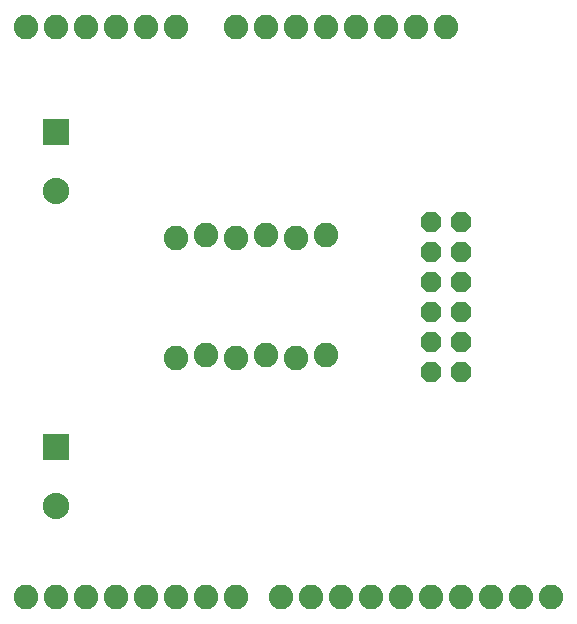
<source format=gbr>
G04 EAGLE Gerber RS-274X export*
G75*
%MOMM*%
%FSLAX34Y34*%
%LPD*%
%INSoldermask Top*%
%IPPOS*%
%AMOC8*
5,1,8,0,0,1.08239X$1,22.5*%
G01*
%ADD10C,2.082800*%
%ADD11P,1.869504X8X112.500000*%
%ADD12R,2.235200X2.235200*%
%ADD13C,2.235200*%


D10*
X330200Y508000D03*
X304800Y508000D03*
X279400Y508000D03*
X254000Y508000D03*
X228600Y508000D03*
X203200Y508000D03*
X152400Y508000D03*
X127000Y508000D03*
X101600Y508000D03*
X76200Y508000D03*
X50800Y508000D03*
X25400Y508000D03*
X25400Y25400D03*
X50800Y25400D03*
X76200Y25400D03*
X101600Y25400D03*
X127000Y25400D03*
X152400Y25400D03*
X177800Y25400D03*
X203200Y25400D03*
X241300Y25400D03*
X266700Y25400D03*
X292100Y25400D03*
X317500Y25400D03*
X342900Y25400D03*
X368300Y25400D03*
X393700Y25400D03*
X419100Y25400D03*
X444500Y25400D03*
X469900Y25400D03*
X355600Y508000D03*
X381000Y508000D03*
X279400Y331470D03*
X254000Y328930D03*
X228600Y331470D03*
X203200Y328930D03*
X177800Y331470D03*
X152400Y328930D03*
X152400Y227330D03*
X177800Y229870D03*
X203200Y227330D03*
X228600Y229870D03*
X254000Y227330D03*
X279400Y229870D03*
D11*
X393700Y215900D03*
X368300Y215900D03*
X393700Y241300D03*
X368300Y241300D03*
X393700Y266700D03*
X368300Y266700D03*
X393700Y292100D03*
X368300Y292100D03*
X393700Y317500D03*
X368300Y317500D03*
X393700Y342900D03*
X368300Y342900D03*
D12*
X50800Y152400D03*
D13*
X50800Y102400D03*
D12*
X50800Y419100D03*
D13*
X50800Y369100D03*
M02*

</source>
